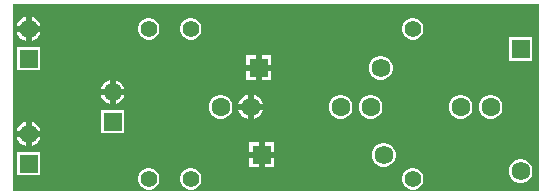
<source format=gtl>
%FSTAX23Y23*%
%MOIN*%
%SFA1B1*%

%IPPOS*%
%ADD17C,0.061811*%
%ADD18R,0.061811X0.061811*%
%ADD23C,0.025000*%
%ADD24R,0.061024X0.061024*%
%ADD25C,0.061024*%
%ADD26C,0.055118*%
%ADD27R,0.062598X0.062598*%
%ADD28C,0.062598*%
%ADD29R,0.062598X0.062598*%
%ADD30C,0.062992*%
%LNpcb1-1*%
%LPD*%
G36*
X02141Y00008D02*
X00388D01*
Y00631*
X02141*
Y00008*
G37*
%LNpcb1-2*%
%LPC*%
G36*
X0045Y00589D02*
Y0056D01*
X00479*
X00478Y00565*
X00472Y00575*
X00465Y00582*
X00455Y00588*
X0045Y00589*
G37*
G36*
X0043D02*
X00424Y00588D01*
X00414Y00582*
X00407Y00575*
X00401Y00565*
X004Y0056*
X0043*
Y00589*
G37*
G36*
X01724Y00585D02*
X01715D01*
X01706Y00583*
X01698Y00578*
X01691Y00571*
X01686Y00563*
X01684Y00554*
Y00545*
X01686Y00536*
X01691Y00528*
X01698Y00521*
X01706Y00516*
X01715Y00514*
X01724*
X01733Y00516*
X01741Y00521*
X01748Y00528*
X01753Y00536*
X01755Y00545*
Y00554*
X01753Y00563*
X01748Y00571*
X01741Y00578*
X01733Y00583*
X01724Y00585*
G37*
G36*
X00984D02*
X00975D01*
X00966Y00583*
X00958Y00578*
X00951Y00571*
X00946Y00563*
X00944Y00554*
Y00545*
X00946Y00536*
X00951Y00528*
X00958Y00521*
X00966Y00516*
X00975Y00514*
X00984*
X00993Y00516*
X01001Y00521*
X01008Y00528*
X01013Y00536*
X01015Y00545*
Y00554*
X01013Y00563*
X01008Y00571*
X01001Y00578*
X00993Y00583*
X00984Y00585*
G37*
G36*
X00844D02*
X00835D01*
X00826Y00583*
X00818Y00578*
X00811Y00571*
X00806Y00563*
X00804Y00554*
Y00545*
X00806Y00536*
X00811Y00528*
X00818Y00521*
X00826Y00516*
X00835Y00514*
X00844*
X00853Y00516*
X00861Y00521*
X00868Y00528*
X00873Y00536*
X00875Y00545*
Y00554*
X00873Y00563*
X00868Y00571*
X00861Y00578*
X00853Y00583*
X00844Y00585*
G37*
G36*
X00479Y0054D02*
X0045D01*
Y0051*
X00455Y00511*
X00465Y00517*
X00472Y00524*
X00478Y00534*
X00479Y0054*
G37*
G36*
X0043D02*
X004D01*
X00401Y00534*
X00407Y00524*
X00414Y00517*
X00424Y00511*
X0043Y0051*
Y0054*
G37*
G36*
X02119Y00523D02*
X0204D01*
Y00444*
X02119*
Y00523*
G37*
G36*
X01247Y00461D02*
X01216D01*
Y0043*
X01247*
Y00461*
G37*
G36*
X01196D02*
X01164D01*
Y0043*
X01196*
Y00461*
G37*
G36*
X00478Y00488D02*
X00401D01*
Y00411*
X00478*
Y00488*
G37*
G36*
X01619Y00459D02*
X01608D01*
X01598Y00456*
X01589Y00451*
X01582Y00444*
X01577Y00435*
X01574Y00425*
Y00414*
X01577Y00404*
X01582Y00395*
X01589Y00388*
X01598Y00383*
X01608Y0038*
X01619*
X01629Y00383*
X01638Y00388*
X01645Y00395*
X0165Y00404*
X01653Y00414*
Y00425*
X0165Y00435*
X01645Y00444*
X01638Y00451*
X01629Y00456*
X01619Y00459*
G37*
G36*
X01247Y0041D02*
X01216D01*
Y00378*
X01247*
Y0041*
G37*
G36*
X01196D02*
X01164D01*
Y00378*
X01196*
Y0041*
G37*
G36*
X0073Y00379D02*
Y0035D01*
X00759*
X00757Y00355*
X00752Y00364*
X00744Y00372*
X00735Y00377*
X0073Y00379*
G37*
G36*
X0071D02*
X00704Y00377D01*
X00695Y00372*
X00687Y00364*
X00682Y00355*
X0068Y0035*
X0071*
Y00379*
G37*
G36*
X00759Y0033D02*
X0073D01*
Y003*
X00735Y00302*
X00744Y00307*
X00752Y00315*
X00757Y00324*
X00759Y0033*
G37*
G36*
X0071D02*
X0068D01*
X00682Y00324*
X00687Y00315*
X00695Y00307*
X00704Y00302*
X0071Y003*
Y0033*
G37*
G36*
X0119Y0033D02*
Y003D01*
X0122*
X01218Y00306*
X01213Y00315*
X01205Y00323*
X01196Y00328*
X0119Y0033*
G37*
G36*
X0117D02*
X01163Y00328D01*
X01154Y00323*
X01146Y00315*
X01141Y00306*
X01139Y003*
X0117*
Y0033*
G37*
G36*
X01985Y00329D02*
X01974D01*
X01964Y00326*
X01955Y00321*
X01948Y00314*
X01943Y00305*
X0194Y00295*
Y00284*
X01943Y00274*
X01948Y00265*
X01955Y00258*
X01964Y00253*
X01974Y0025*
X01985*
X01995Y00253*
X02004Y00258*
X02011Y00265*
X02016Y00274*
X02019Y00284*
Y00295*
X02016Y00305*
X02011Y00314*
X02004Y00321*
X01995Y00326*
X01985Y00329*
G37*
G36*
X01885D02*
X01874D01*
X01864Y00326*
X01855Y00321*
X01848Y00314*
X01843Y00305*
X0184Y00295*
Y00284*
X01843Y00274*
X01848Y00265*
X01855Y00258*
X01864Y00253*
X01874Y0025*
X01885*
X01895Y00253*
X01904Y00258*
X01911Y00265*
X01916Y00274*
X01919Y00284*
Y00295*
X01916Y00305*
X01911Y00314*
X01904Y00321*
X01895Y00326*
X01885Y00329*
G37*
G36*
X01585D02*
X01574D01*
X01564Y00326*
X01555Y00321*
X01548Y00314*
X01543Y00305*
X0154Y00295*
Y00284*
X01543Y00274*
X01548Y00265*
X01555Y00258*
X01564Y00253*
X01574Y0025*
X01585*
X01595Y00253*
X01604Y00258*
X01611Y00265*
X01616Y00274*
X01619Y00284*
Y00295*
X01616Y00305*
X01611Y00314*
X01604Y00321*
X01595Y00326*
X01585Y00329*
G37*
G36*
X01485D02*
X01474D01*
X01464Y00326*
X01455Y00321*
X01448Y00314*
X01443Y00305*
X0144Y00295*
Y00284*
X01443Y00274*
X01448Y00265*
X01455Y00258*
X01464Y00253*
X01474Y0025*
X01485*
X01495Y00253*
X01504Y00258*
X01511Y00265*
X01516Y00274*
X01519Y00284*
Y00295*
X01516Y00305*
X01511Y00314*
X01504Y00321*
X01495Y00326*
X01485Y00329*
G37*
G36*
X01085D02*
X01074D01*
X01064Y00326*
X01055Y00321*
X01048Y00314*
X01043Y00305*
X0104Y00295*
Y00284*
X01043Y00274*
X01048Y00265*
X01055Y00258*
X01064Y00253*
X01074Y0025*
X01085*
X01095Y00253*
X01104Y00258*
X01111Y00265*
X01116Y00274*
X01119Y00284*
Y00295*
X01116Y00305*
X01111Y00314*
X01104Y00321*
X01095Y00326*
X01085Y00329*
G37*
G36*
X0122Y0028D02*
X0119D01*
Y00249*
X01196Y00251*
X01205Y00256*
X01213Y00264*
X01218Y00273*
X0122Y0028*
G37*
G36*
X0117D02*
X01139D01*
X01141Y00273*
X01146Y00264*
X01154Y00256*
X01163Y00251*
X0117Y00249*
Y0028*
G37*
G36*
X0045Y00239D02*
Y0021D01*
X00479*
X00478Y00215*
X00472Y00225*
X00465Y00232*
X00455Y00238*
X0045Y00239*
G37*
G36*
X0043D02*
X00424Y00238D01*
X00414Y00232*
X00407Y00225*
X00401Y00215*
X004Y0021*
X0043*
Y00239*
G37*
G36*
X00758Y00278D02*
X00681D01*
Y00201*
X00758*
Y00278*
G37*
G36*
X00479Y0019D02*
X0045D01*
Y0016*
X00455Y00161*
X00465Y00167*
X00472Y00174*
X00478Y00184*
X00479Y0019*
G37*
G36*
X0043D02*
X004D01*
X00401Y00184*
X00407Y00174*
X00414Y00167*
X00424Y00161*
X0043Y0016*
Y0019*
G37*
G36*
X01257Y00171D02*
X01226D01*
Y0014*
X01257*
Y00171*
G37*
G36*
X01206D02*
X01174D01*
Y0014*
X01206*
Y00171*
G37*
G36*
X01629Y00169D02*
X01618D01*
X01608Y00166*
X01599Y00161*
X01592Y00154*
X01587Y00145*
X01584Y00135*
Y00124*
X01587Y00114*
X01592Y00105*
X01599Y00098*
X01608Y00093*
X01618Y0009*
X01629*
X01639Y00093*
X01648Y00098*
X01655Y00105*
X0166Y00114*
X01663Y00124*
Y00135*
X0166Y00145*
X01655Y00154*
X01648Y00161*
X01639Y00166*
X01629Y00169*
G37*
G36*
X01257Y0012D02*
X01226D01*
Y00088*
X01257*
Y0012*
G37*
G36*
X01206D02*
X01174D01*
Y00088*
X01206*
Y0012*
G37*
G36*
X00478Y00138D02*
X00401D01*
Y00061*
X00478*
Y00138*
G37*
G36*
X02085Y00115D02*
X02074D01*
X02064Y00112*
X02055Y00107*
X02048Y001*
X02043Y00091*
X0204Y00081*
Y0007*
X02043Y0006*
X02048Y00051*
X02055Y00044*
X02064Y00039*
X02074Y00036*
X02085*
X02095Y00039*
X02104Y00044*
X02111Y00051*
X02116Y0006*
X02119Y0007*
Y00081*
X02116Y00091*
X02111Y001*
X02104Y00107*
X02095Y00112*
X02085Y00115*
G37*
G36*
X01724Y00085D02*
X01715D01*
X01706Y00083*
X01698Y00078*
X01691Y00071*
X01686Y00063*
X01684Y00054*
Y00045*
X01686Y00036*
X01691Y00028*
X01698Y00021*
X01706Y00016*
X01715Y00014*
X01724*
X01733Y00016*
X01741Y00021*
X01748Y00028*
X01753Y00036*
X01755Y00045*
Y00054*
X01753Y00063*
X01748Y00071*
X01741Y00078*
X01733Y00083*
X01724Y00085*
G37*
G36*
X00984D02*
X00975D01*
X00966Y00083*
X00958Y00078*
X00951Y00071*
X00946Y00063*
X00944Y00054*
Y00045*
X00946Y00036*
X00951Y00028*
X00958Y00021*
X00966Y00016*
X00975Y00014*
X00984*
X00993Y00016*
X01001Y00021*
X01008Y00028*
X01013Y00036*
X01015Y00045*
Y00054*
X01013Y00063*
X01008Y00071*
X01001Y00078*
X00993Y00083*
X00984Y00085*
G37*
G36*
X00844D02*
X00835D01*
X00826Y00083*
X00818Y00078*
X00811Y00071*
X00806Y00063*
X00804Y00054*
Y00045*
X00806Y00036*
X00811Y00028*
X00818Y00021*
X00826Y00016*
X00835Y00014*
X00844*
X00853Y00016*
X00861Y00021*
X00868Y00028*
X00873Y00036*
X00875Y00045*
Y00054*
X00873Y00063*
X00868Y00071*
X00861Y00078*
X00853Y00083*
X00844Y00085*
G37*
%LNpcb1-3*%
%LPD*%
G54D17*
X0044Y002D03*
Y0055D03*
G54D18*
X0044Y001D03*
Y0045D03*
G54D23*
X01869Y0029D02*
X0188D01*
G54D24*
X0072Y0024D03*
G54D25*
X0072Y0034D03*
G54D26*
X0084Y0005D03*
Y0055D03*
X0172Y0005D03*
Y0055D03*
X0098D03*
Y0005D03*
G54D27*
X01206Y0042D03*
X01216Y0013D03*
G54D28*
X01613Y0042D03*
X01623Y0013D03*
X0208Y00076D03*
G54D29*
X0208Y00483D03*
G54D30*
X0188Y0029D03*
X0198D03*
X0158D03*
X0148D03*
X0108D03*
X0118D03*
M02*
</source>
